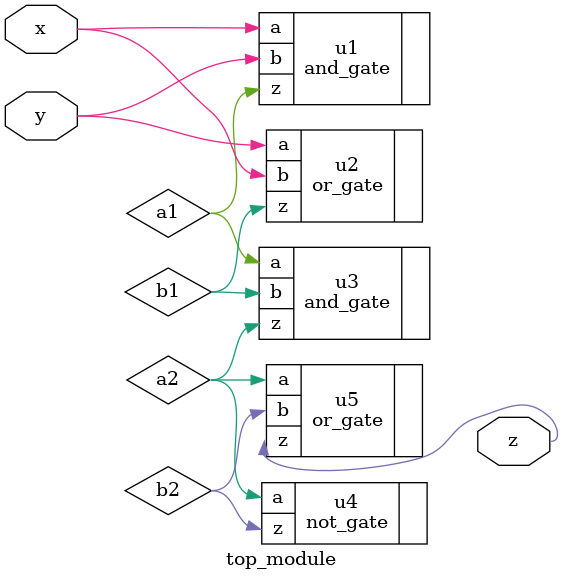
<source format=sv>
module top_module(
	input x,
	input y,
	output z
);

wire a1,b1,a2,b2,z;

and_gate u1(
	.a(x),
	.b(y),
	.z(a1)
);

or_gate u2(
	.a(y),
	.b(x),
	.z(b1)
);

and_gate u3(
	.a(a1),
	.b(b1),
	.z(a2)
);

not_gate u4(
	.a(a2),
	.z(b2)
);

or_gate u5(
	.a(a2),
	.b(b2),
	.z(z)
);

endmodule

</source>
